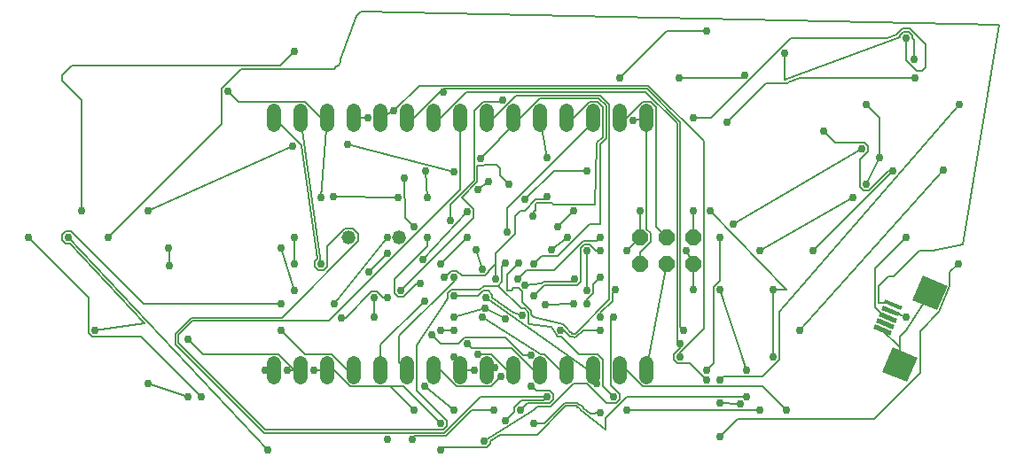
<source format=gbr>
G04 EAGLE Gerber RS-274X export*
G75*
%MOMM*%
%FSLAX34Y34*%
%LPD*%
%INBottom Copper*%
%IPPOS*%
%AMOC8*
5,1,8,0,0,1.08239X$1,22.5*%
G01*
%ADD10P,1.649562X8X22.500000*%
%ADD11C,1.320800*%
%ADD12R,1.750000X0.400000*%
%ADD13R,2.540000X2.540000*%
%ADD14C,1.320800*%
%ADD15C,0.756400*%
%ADD16C,0.152400*%


D10*
X749300Y203200D03*
X749300Y228600D03*
X774700Y203200D03*
X774700Y228600D03*
X800100Y203200D03*
X800100Y228600D03*
D11*
X471170Y228600D03*
X519430Y228600D03*
D12*
G36*
X973368Y145310D02*
X989512Y138558D01*
X987968Y134868D01*
X971824Y141620D01*
X973368Y145310D01*
G37*
G36*
X983402Y169296D02*
X999546Y162544D01*
X998002Y158854D01*
X981858Y165606D01*
X983402Y169296D01*
G37*
G36*
X975877Y151307D02*
X992021Y144555D01*
X990477Y140865D01*
X974333Y147617D01*
X975877Y151307D01*
G37*
G36*
X978385Y157303D02*
X994529Y150551D01*
X992985Y146861D01*
X976841Y153613D01*
X978385Y157303D01*
G37*
G36*
X980894Y163300D02*
X997038Y156548D01*
X995494Y152858D01*
X979350Y159610D01*
X980894Y163300D01*
G37*
D13*
G36*
X1009505Y168730D02*
X1019307Y192162D01*
X1042739Y182360D01*
X1032937Y158928D01*
X1009505Y168730D01*
G37*
G36*
X980755Y100001D02*
X990557Y123433D01*
X1013989Y113631D01*
X1004187Y90199D01*
X980755Y100001D01*
G37*
D14*
X400050Y336296D02*
X400050Y349504D01*
X425450Y349504D02*
X425450Y336296D01*
X450850Y336296D02*
X450850Y349504D01*
X476250Y349504D02*
X476250Y336296D01*
X501650Y336296D02*
X501650Y349504D01*
X527050Y349504D02*
X527050Y336296D01*
X552450Y336296D02*
X552450Y349504D01*
X577850Y349504D02*
X577850Y336296D01*
X603250Y336296D02*
X603250Y349504D01*
X628650Y349504D02*
X628650Y336296D01*
X654050Y336296D02*
X654050Y349504D01*
X679450Y349504D02*
X679450Y336296D01*
X704850Y336296D02*
X704850Y349504D01*
X730250Y349504D02*
X730250Y336296D01*
X755650Y336296D02*
X755650Y349504D01*
X400050Y108204D02*
X400050Y94996D01*
X425450Y94996D02*
X425450Y108204D01*
X450850Y108204D02*
X450850Y94996D01*
X476250Y94996D02*
X476250Y108204D01*
X501650Y108204D02*
X501650Y94996D01*
X527050Y94996D02*
X527050Y108204D01*
X552450Y108204D02*
X552450Y94996D01*
X577850Y94996D02*
X577850Y108204D01*
X603250Y108204D02*
X603250Y94996D01*
X628650Y94996D02*
X628650Y108204D01*
X654050Y108204D02*
X654050Y94996D01*
X679450Y94996D02*
X679450Y108204D01*
X704850Y108204D02*
X704850Y94996D01*
X730250Y94996D02*
X730250Y108204D01*
X755650Y108204D02*
X755650Y94996D01*
D15*
X660400Y76200D03*
D16*
X425999Y316319D02*
X400050Y342900D01*
X425999Y316319D02*
X440763Y208045D01*
X438432Y205714D01*
X438432Y200687D01*
X441987Y197132D01*
X447014Y197132D01*
X450568Y200687D01*
X320775Y151864D02*
X305336Y136425D01*
X305336Y126347D01*
X389999Y41684D01*
X562576Y41684D01*
X450568Y220570D02*
X467488Y237490D01*
X474852Y237490D01*
X407006Y151864D02*
X320775Y151864D01*
X450568Y200687D02*
X450568Y220570D01*
X474852Y237490D02*
X480060Y232282D01*
X480060Y224918D01*
X407006Y151864D01*
X597092Y76200D02*
X660400Y76200D01*
X597092Y76200D02*
X562576Y41684D01*
D15*
X960909Y313209D03*
D16*
X838200Y241300D01*
D15*
X838200Y241300D03*
X825500Y228600D03*
X812800Y101600D03*
D16*
X825500Y186932D02*
X825500Y228600D01*
X825500Y186932D02*
X819432Y180864D01*
X819432Y108232D02*
X812800Y101600D01*
X819432Y108232D02*
X819432Y180864D01*
D15*
X620461Y53769D03*
D16*
X657380Y73180D02*
X660400Y76200D01*
X628932Y66014D02*
X628932Y62240D01*
X620461Y53769D01*
X636099Y73180D02*
X657380Y73180D01*
X636099Y73180D02*
X628932Y66014D01*
D15*
X647700Y50800D03*
X711200Y61282D03*
D16*
X690831Y68790D02*
X689223Y70398D01*
X690831Y68790D02*
X691177Y68519D01*
X694176Y67469D01*
X695182Y65377D01*
X702279Y59810D01*
X711200Y61282D01*
X689223Y70398D02*
X677294Y70398D01*
X657696Y50800D02*
X647700Y50800D01*
X657696Y50800D02*
X677294Y70398D01*
D15*
X844680Y69568D03*
D16*
X825500Y70132D01*
D15*
X825500Y70132D03*
D16*
X444500Y203200D02*
X425450Y342900D01*
D15*
X444500Y203200D03*
X645029Y116026D03*
D16*
X575619Y127000D02*
X558800Y127000D01*
X637711Y116026D02*
X645029Y116026D01*
X581687Y133068D02*
X575619Y127000D01*
X581687Y133068D02*
X620669Y133068D01*
X637711Y116026D01*
D15*
X635000Y63500D03*
X645501Y86701D03*
D16*
X662914Y70132D02*
X666468Y73687D01*
X666468Y78714D01*
X662914Y82268D01*
X641632Y70132D02*
X635000Y63500D01*
X649935Y82268D02*
X645501Y86701D01*
X641632Y70132D02*
X662914Y70132D01*
X662914Y82268D02*
X649935Y82268D01*
D15*
X863600Y63500D03*
X736600Y63500D03*
D16*
X863600Y63500D01*
D15*
X550104Y135544D03*
D16*
X558800Y127000D01*
D15*
X558800Y50800D03*
D16*
X523494Y86106D01*
X510794Y86106D01*
D15*
X355600Y368300D03*
D16*
X444626Y342900D02*
X450850Y342900D01*
X365506Y358394D02*
X355600Y368300D01*
X429132Y358394D02*
X444626Y342900D01*
X429132Y358394D02*
X365506Y358394D01*
D15*
X533400Y63500D03*
D16*
X457074Y101600D02*
X450850Y101600D01*
X510794Y86106D02*
X533400Y63500D01*
X472568Y86106D02*
X457074Y101600D01*
X472568Y86106D02*
X510794Y86106D01*
D15*
X793722Y215900D03*
D16*
X800100Y203200D01*
X444500Y266700D02*
X450850Y342900D01*
D15*
X444500Y266700D03*
X406400Y218254D03*
D16*
X419100Y177800D01*
D15*
X419100Y177800D03*
X437360Y101600D03*
D16*
X450850Y101600D01*
D15*
X508000Y35616D03*
X850900Y76200D03*
D16*
X736792Y76200D01*
D15*
X850900Y101600D03*
D16*
X825500Y178350D01*
D15*
X825500Y178350D03*
X800100Y178350D03*
D16*
X800100Y203200D01*
D15*
X558800Y25400D03*
D16*
X606114Y34162D02*
X615327Y39867D01*
X606114Y34162D02*
X606114Y31476D01*
X602560Y27921D01*
X688805Y66505D02*
X689398Y65912D01*
X688805Y66505D02*
X687960Y67350D01*
X561321Y27921D02*
X558800Y25400D01*
X561321Y27921D02*
X602560Y27921D01*
X615327Y39867D02*
X651073Y39867D01*
X678557Y67350D02*
X687960Y67350D01*
X678557Y67350D02*
X651073Y39867D01*
X716443Y55851D02*
X736792Y76200D01*
X716443Y55851D02*
X716443Y44824D01*
X692743Y63417D01*
X691976Y65009D01*
X689693Y65809D01*
X688805Y66505D01*
X425450Y101600D02*
X419226Y101600D01*
X403732Y117094D01*
X331792Y117094D01*
D15*
X647700Y172720D03*
D16*
X489740Y342900D02*
X476250Y342900D01*
D15*
X489740Y342900D03*
X600996Y161290D03*
D16*
X619467Y151834D01*
X620279Y150708D01*
D15*
X620279Y150708D03*
X711200Y215900D03*
D16*
X701014Y221968D02*
X695987Y221968D01*
X692416Y186653D02*
X688861Y183099D01*
X692416Y218397D02*
X695987Y221968D01*
X692416Y218397D02*
X692416Y186653D01*
X707082Y215900D02*
X711200Y215900D01*
X707082Y215900D02*
X701014Y221968D01*
X688861Y183099D02*
X658079Y183099D01*
X647700Y172720D01*
X331792Y117094D02*
X317500Y131386D01*
D15*
X317500Y131386D03*
X876300Y178350D03*
D16*
X889358Y178350D01*
D15*
X876300Y114300D03*
D16*
X876300Y178350D01*
D15*
X456318Y267751D03*
D16*
X518463Y266698D01*
D15*
X518463Y266698D03*
D16*
X816074Y254000D02*
X889358Y178350D01*
D15*
X816074Y254000D03*
X800100Y254000D03*
D16*
X800100Y228600D01*
D15*
X914400Y215900D03*
D16*
X990600Y292100D01*
D15*
X990600Y292100D03*
X508000Y170754D03*
X463820Y151836D03*
D16*
X492787Y176822D02*
X497814Y176822D01*
X503882Y170754D02*
X508000Y170754D01*
X467801Y151836D02*
X463820Y151836D01*
X497814Y176822D02*
X503882Y170754D01*
X492787Y176822D02*
X467801Y151836D01*
D15*
X571500Y63500D03*
D16*
X543901Y86701D01*
D15*
X543901Y86701D03*
X571500Y152400D03*
D16*
X600996Y161290D01*
D15*
X411960Y101600D03*
D16*
X425450Y101600D01*
D15*
X924895Y330200D03*
D16*
X963423Y319277D02*
X966977Y315723D01*
X966977Y310696D01*
X959132Y276887D02*
X962687Y273332D01*
X967714Y273332D01*
X935817Y319277D02*
X924895Y330200D01*
X986482Y292100D02*
X990600Y292100D01*
X963423Y319277D02*
X935817Y319277D01*
X967714Y273332D02*
X986482Y292100D01*
X966977Y310696D02*
X959132Y302851D01*
X959132Y276887D01*
D15*
X887730Y405130D03*
D16*
X1009368Y419100D02*
X1009368Y421614D01*
X1005814Y425168D01*
X1000787Y425168D01*
X997232Y421614D01*
X997232Y420080D01*
X887730Y379017D01*
X887730Y405130D01*
X1009368Y419100D02*
X1010920Y417548D01*
X1010920Y398780D01*
D15*
X1010920Y398780D03*
D16*
X757024Y373634D02*
X538608Y373634D01*
X757024Y373634D02*
X810006Y320652D01*
X787400Y118419D02*
X787400Y114300D01*
X810006Y141025D02*
X810006Y320652D01*
X810006Y141025D02*
X787400Y118419D01*
D15*
X787400Y114300D03*
D16*
X538608Y373634D02*
X514287Y349313D01*
X501650Y342900D01*
D15*
X514287Y349313D03*
X790674Y139700D03*
D16*
X787654Y338694D02*
X755762Y370586D01*
X787654Y338694D02*
X787654Y142720D01*
X790674Y139700D01*
X755762Y370586D02*
X560960Y370586D01*
X533274Y342900D02*
X527050Y342900D01*
X533274Y342900D02*
X560960Y370586D01*
D15*
X711200Y139700D03*
X673100Y139700D03*
D16*
X694725Y139700D02*
X711200Y139700D01*
X694725Y139700D02*
X688629Y133604D01*
X687489Y133604D01*
X686771Y133174D01*
X685049Y133604D01*
X676570Y139700D02*
X673100Y139700D01*
X682666Y133604D02*
X685049Y133604D01*
X682666Y133604D02*
X676570Y139700D01*
X560960Y367566D02*
X560960Y370586D01*
D15*
X560960Y367566D03*
X787400Y127000D03*
D16*
X784606Y129794D01*
X784606Y337431D02*
X754499Y367538D01*
X558674Y342900D02*
X552450Y342900D01*
X784606Y337431D02*
X784606Y129794D01*
X558674Y342900D02*
X583312Y367538D01*
X754499Y367538D01*
D15*
X825500Y38100D03*
X812800Y92174D03*
D16*
X784887Y108232D02*
X781332Y111787D01*
X781332Y116814D01*
X796742Y108232D02*
X812800Y92174D01*
X796742Y108232D02*
X784887Y108232D01*
X787400Y122882D02*
X787400Y127000D01*
X787400Y122882D02*
X781332Y116814D01*
D15*
X1053046Y203561D03*
D16*
X1045213Y182352D02*
X1034681Y157172D01*
X842518Y55118D02*
X825500Y38100D01*
X1045213Y182352D02*
X1045213Y195729D01*
X1053046Y203561D01*
X1034681Y157172D02*
X1016463Y138955D01*
X1016463Y98976D01*
X972606Y55118D02*
X842518Y55118D01*
X972606Y55118D02*
X1016463Y98976D01*
D15*
X621030Y204470D03*
D16*
X564868Y48287D02*
X561314Y44732D01*
X564868Y48287D02*
X564868Y53314D01*
X322038Y148816D02*
X308384Y135162D01*
X308384Y127610D01*
X577850Y274448D02*
X577850Y342900D01*
X577850Y274448D02*
X452218Y148816D01*
X322038Y148816D01*
X535940Y125264D02*
X535940Y82242D01*
X564868Y53314D01*
X391262Y44732D02*
X308384Y127610D01*
X391262Y44732D02*
X561314Y44732D01*
D15*
X723900Y76200D03*
D16*
X713740Y111886D02*
X708532Y117094D01*
X713740Y86360D02*
X723900Y76200D01*
X713740Y86360D02*
X713740Y111886D01*
X674044Y133632D02*
X670587Y133632D01*
X674044Y133632D02*
X690582Y117094D01*
X708532Y117094D01*
X569281Y178498D02*
X565727Y174943D01*
X565727Y169916D01*
X565751Y169892D01*
X535940Y125264D01*
X596422Y178498D02*
X600357Y182433D01*
X596422Y178498D02*
X569281Y178498D01*
X613557Y182433D02*
X617112Y185987D01*
X617112Y200552D02*
X621030Y204470D01*
X617112Y200552D02*
X617112Y185987D01*
X613557Y182433D02*
X600357Y182433D01*
X663538Y142720D02*
X664229Y142720D01*
X670587Y133632D01*
X614166Y182433D02*
X613557Y182433D01*
X643064Y145979D02*
X663538Y142720D01*
X643064Y145979D02*
X642737Y146213D01*
X642521Y156942D02*
X638967Y160497D01*
X642521Y146522D02*
X643064Y145979D01*
X642521Y146522D02*
X642521Y156942D01*
X638967Y160497D02*
X636102Y160497D01*
X614166Y182433D01*
D15*
X633730Y204470D03*
D16*
X686286Y136437D02*
X686644Y136652D01*
X686286Y136437D02*
X685425Y136652D01*
X684537Y136652D01*
X684242Y136948D01*
X683836Y137049D01*
X683379Y137810D01*
X682752Y138437D01*
X682752Y138856D01*
X719836Y355712D02*
X711058Y364490D01*
X631064Y364490D01*
X686644Y136652D02*
X687367Y136652D01*
X719836Y169121D02*
X719836Y355712D01*
X719836Y169121D02*
X687367Y136652D01*
X634774Y203426D02*
X633730Y204470D01*
X609474Y342900D02*
X603250Y342900D01*
X609474Y342900D02*
X631064Y364490D01*
D15*
X723900Y152400D03*
D16*
X729968Y73687D02*
X726414Y70132D01*
X729968Y73687D02*
X729968Y78714D01*
X721360Y87322D01*
X721360Y149860D01*
X723900Y152400D01*
D15*
X698500Y177800D03*
D16*
X698500Y215900D01*
D15*
X698500Y215900D03*
D16*
X675614Y145768D02*
X679168Y142214D01*
X679168Y142021D01*
X682752Y138437D01*
D15*
X600046Y33989D03*
D16*
X647700Y63500D01*
X651284Y67084D01*
X664176Y67084D01*
X685929Y88837D01*
X698437Y88837D01*
X717142Y70132D01*
X726414Y70132D01*
X622705Y193445D02*
X633730Y204470D01*
X622705Y193445D02*
X622705Y178205D01*
X628350Y180385D02*
X633377Y180385D01*
X636932Y176830D01*
X645569Y158205D02*
X645569Y154531D01*
X647700Y152400D01*
X626170Y178205D02*
X622705Y178205D01*
X626170Y178205D02*
X628350Y180385D01*
X636932Y176830D02*
X636932Y166842D01*
X645569Y158205D01*
X647700Y152400D02*
X675614Y145768D01*
X716788Y354449D02*
X709795Y361442D01*
X716788Y354449D02*
X716788Y323280D01*
X711104Y317596D01*
X634874Y342900D02*
X628650Y342900D01*
X634874Y342900D02*
X653416Y361442D01*
X709795Y361442D01*
D15*
X647700Y203200D03*
X279400Y254000D03*
D16*
X417700Y316133D01*
D15*
X417700Y316133D03*
X469900Y317500D03*
D16*
X571782Y290978D01*
D15*
X571782Y290978D03*
X596900Y303580D03*
D16*
X614714Y321394D01*
X614714Y322337D01*
X634874Y342497D02*
X634874Y342900D01*
X634874Y342497D02*
X614714Y322337D01*
X711104Y317596D02*
X711152Y241300D01*
X655336Y210836D02*
X647700Y203200D01*
X701013Y241300D02*
X711152Y241300D01*
X670550Y210836D02*
X655336Y210836D01*
X670550Y210836D02*
X701013Y241300D01*
X660400Y304800D02*
X654050Y342900D01*
D15*
X660400Y304800D03*
X670869Y239069D03*
D16*
X685800Y254000D01*
D15*
X685800Y254000D03*
D16*
X701168Y358394D02*
X708532Y358394D01*
X713740Y353186D01*
X649732Y254000D02*
X647700Y254000D01*
X679450Y342900D02*
X685674Y342900D01*
X701168Y358394D01*
X713740Y353186D02*
X713740Y324544D01*
X713740Y324543D01*
X708055Y318857D02*
X708056Y317617D01*
X708056Y317500D01*
X708055Y318857D02*
X708055Y318859D01*
X708056Y317500D02*
X706120Y260350D01*
X665157Y261874D02*
X651071Y261874D01*
X649732Y260535D01*
X649732Y254000D01*
X666681Y260350D02*
X706120Y260350D01*
X666681Y260350D02*
X665157Y261874D01*
X708055Y318859D02*
X713740Y324544D01*
X647700Y254000D02*
X646712Y248725D01*
D15*
X646712Y248725D03*
X622300Y233606D03*
D16*
X622300Y256217D02*
X704850Y338767D01*
X622300Y256217D02*
X622300Y233606D01*
X704850Y338767D02*
X704850Y342900D01*
X751968Y358394D02*
X759332Y358394D01*
X764540Y353186D01*
X764540Y238760D02*
X774700Y228600D01*
X764540Y238760D02*
X764540Y353186D01*
X736474Y342900D02*
X730250Y342900D01*
X736474Y342900D02*
X751968Y358394D01*
D15*
X632366Y188671D03*
X711200Y228600D03*
D16*
X640827Y197132D02*
X632366Y188671D01*
X707616Y225016D02*
X711200Y228600D01*
X707616Y225016D02*
X694724Y225016D01*
X666840Y197132D02*
X640827Y197132D01*
X666840Y197132D02*
X694724Y225016D01*
X759206Y224497D02*
X759206Y232703D01*
X749300Y214591D02*
X749300Y203200D01*
X749300Y214591D02*
X759206Y224497D01*
X755650Y236259D02*
X755650Y342900D01*
X755650Y236259D02*
X759206Y232703D01*
D15*
X568033Y244531D03*
X617946Y359954D03*
D16*
X568033Y260320D02*
X568033Y244531D01*
X616386Y358394D02*
X617946Y359954D01*
X616386Y358394D02*
X599568Y358394D01*
X590832Y283119D02*
X568033Y260320D01*
X590832Y283119D02*
X590832Y349658D01*
X599568Y358394D01*
D15*
X742160Y340005D03*
D16*
X755650Y342900D01*
X501650Y125845D02*
X501650Y101600D01*
X501650Y125845D02*
X543714Y167486D01*
D15*
X543714Y167486D03*
D16*
X519430Y134620D02*
X519430Y127000D01*
X519430Y114300D01*
X519430Y109220D01*
X527050Y101600D01*
X519430Y134620D02*
X571500Y186690D01*
X571500Y190500D01*
D15*
X571500Y190500D03*
X616740Y95888D03*
D16*
X558674Y101600D02*
X552450Y101600D01*
X558674Y101600D02*
X574168Y86106D01*
X616714Y95888D02*
X616740Y95888D01*
X606932Y86106D02*
X574168Y86106D01*
X606932Y86106D02*
X616714Y95888D01*
D15*
X598456Y197895D03*
D16*
X592594Y216904D01*
D15*
X592594Y216904D03*
X729674Y381000D03*
D16*
X774406Y425732D01*
X812800Y425732D01*
D15*
X812800Y425732D03*
X639559Y264894D03*
D16*
X666765Y292100D01*
X698500Y292100D01*
D15*
X698500Y292100D03*
D16*
X584200Y101600D02*
X577850Y101600D01*
D15*
X591340Y101600D03*
D16*
X584200Y101600D01*
D15*
X623996Y279400D03*
X520700Y177800D03*
D16*
X615552Y294614D02*
X611998Y298168D01*
X615552Y287844D02*
X623996Y279400D01*
X589915Y247015D02*
X520700Y177800D01*
X615552Y287844D02*
X615552Y294614D01*
D15*
X558800Y139700D03*
D16*
X571500Y139700D01*
D15*
X571500Y139700D03*
X571500Y114300D03*
D16*
X584200Y101600D01*
X600070Y298168D02*
X611998Y298168D01*
X600070Y298168D02*
X599414Y297512D01*
X594212Y297512D01*
X593880Y297180D01*
X593880Y281857D01*
X579120Y266700D01*
X586937Y259287D02*
X590491Y255733D01*
X590491Y250706D01*
X586533Y259287D02*
X579120Y266700D01*
X586533Y259287D02*
X586937Y259287D01*
X590491Y250706D02*
X589915Y250129D01*
X589915Y247015D01*
D15*
X610870Y104140D03*
D16*
X605790Y104140D01*
X603250Y101600D01*
D15*
X594701Y116499D03*
D16*
X599568Y117094D02*
X606932Y117094D01*
X622426Y101600D02*
X628650Y101600D01*
X599568Y117094D02*
X598972Y116499D01*
X594701Y116499D01*
X606932Y117094D02*
X622426Y101600D01*
D15*
X584200Y127000D03*
D16*
X647826Y101600D02*
X654050Y101600D01*
X588633Y122567D02*
X584200Y127000D01*
X626860Y122567D02*
X647826Y101600D01*
X626860Y122567D02*
X588633Y122567D01*
D15*
X598456Y152400D03*
D16*
X654747Y117094D02*
X657732Y117094D01*
X654747Y117094D02*
X598456Y152400D01*
X673226Y101600D02*
X679450Y101600D01*
X673226Y101600D02*
X657732Y117094D01*
X699794Y101600D02*
X704850Y101600D01*
X699794Y101600D02*
X602266Y171450D01*
D15*
X602266Y171450D03*
X707672Y88900D03*
D16*
X704850Y101600D01*
X755650Y101600D02*
X774700Y203200D01*
D15*
X406400Y139700D03*
D16*
X470026Y101600D02*
X476250Y101600D01*
X454532Y117094D02*
X429006Y117094D01*
X406400Y139700D01*
X454532Y117094D02*
X470026Y101600D01*
D15*
X419100Y203200D03*
D16*
X419100Y228600D01*
D15*
X419100Y228600D03*
X611044Y188501D03*
D16*
X611044Y203200D01*
X611044Y213768D01*
X629666Y232391D01*
D15*
X736600Y215900D03*
D16*
X749300Y228600D01*
D15*
X604573Y282288D03*
D16*
X594718Y274019D01*
D15*
X594718Y274019D03*
X698500Y165100D03*
X711200Y190500D03*
D16*
X698500Y169219D02*
X698500Y165100D01*
X698500Y169219D02*
X704568Y175287D01*
X704568Y183868D01*
X711200Y190500D01*
D15*
X562412Y190357D03*
D16*
X600970Y191827D02*
X604524Y195382D01*
X574014Y196568D02*
X568987Y196568D01*
X562775Y190357D02*
X562412Y190357D01*
X562775Y190357D02*
X568987Y196568D01*
X604524Y196680D02*
X611044Y203200D01*
X604524Y196680D02*
X604524Y195382D01*
X600970Y191827D02*
X578754Y191827D01*
X574014Y196568D01*
D15*
X660400Y267942D03*
D16*
X657380Y264922D01*
X649809Y264922D01*
X638887Y254000D02*
X635000Y254000D01*
X638887Y254000D02*
X649809Y264922D01*
D15*
X977900Y304800D03*
D16*
X965200Y279400D01*
D15*
X965200Y279400D03*
X952500Y266700D03*
D16*
X863600Y215900D01*
D15*
X863600Y215900D03*
X749300Y254000D03*
D16*
X749300Y228600D01*
D15*
X965200Y355600D03*
D16*
X977900Y342900D01*
X977900Y304800D01*
D15*
X786832Y381000D03*
D16*
X846437Y381000D01*
X849128Y383691D01*
D15*
X849128Y383691D03*
D16*
X635000Y254000D02*
X629666Y248666D01*
X629666Y232391D01*
D15*
X490310Y195490D03*
D16*
X508000Y213642D01*
D15*
X508000Y213642D03*
X541809Y207491D03*
D16*
X584423Y253219D01*
D15*
X584423Y253219D03*
X679732Y228600D03*
D16*
X664706Y216904D01*
D15*
X664706Y216904D03*
X228600Y139700D03*
X406400Y165100D03*
D16*
X276015Y146474D02*
X228600Y139700D01*
X276015Y146474D02*
X204711Y222532D01*
X200687Y222532D01*
X197132Y226087D01*
X197132Y231114D01*
X200687Y234668D01*
X205714Y234668D01*
X275282Y165100D01*
X406400Y165100D01*
D15*
X457200Y165100D03*
D16*
X508000Y228600D01*
D15*
X508000Y228600D03*
X546100Y228600D03*
X539325Y184432D03*
D16*
X518187Y171732D02*
X514632Y175287D01*
X518187Y171732D02*
X523214Y171732D01*
X535914Y184432D02*
X539325Y184432D01*
X535914Y184432D02*
X523214Y171732D01*
X514632Y175287D02*
X514632Y188895D01*
X546100Y220363D02*
X546100Y228600D01*
X546100Y220363D02*
X514632Y188895D01*
D15*
X571795Y172430D03*
X636453Y154429D03*
D16*
X604780Y177518D02*
X599753Y177518D01*
X604780Y177518D02*
X608334Y173964D01*
X608334Y170853D01*
X627968Y156791D01*
X636453Y154429D01*
X594664Y172430D02*
X571795Y172430D01*
X594664Y172430D02*
X599753Y177518D01*
D15*
X658844Y164542D03*
X725904Y178350D03*
X711448Y152152D03*
D16*
X722884Y175330D02*
X725904Y178350D01*
X722884Y175330D02*
X722884Y167859D01*
X711448Y156423D01*
X711448Y152152D01*
D15*
X685800Y165100D03*
D16*
X658844Y164542D01*
D15*
X524510Y285750D03*
D16*
X524553Y247546D01*
X533460Y238639D01*
D15*
X533460Y238639D03*
X583846Y228954D03*
D16*
X558446Y203554D01*
D15*
X558446Y203554D03*
X544715Y291754D03*
D16*
X546100Y266700D01*
D15*
X546100Y266700D03*
D16*
X988194Y158079D02*
X1003300Y152400D01*
D15*
X1003300Y152400D03*
X1003300Y228600D03*
D16*
X983496Y154271D02*
X981189Y154271D01*
X973932Y199232D02*
X1003300Y228600D01*
X973932Y199232D02*
X973932Y161529D01*
X981189Y154271D01*
D15*
X686348Y189167D03*
X1039112Y292792D03*
D16*
X901700Y139700D01*
D15*
X901700Y139700D03*
D16*
X656816Y186147D02*
X654964Y184295D01*
X656816Y186147D02*
X683328Y186147D01*
X686348Y189167D01*
D15*
X639445Y182898D03*
D16*
X654964Y184295D01*
D15*
X495300Y170754D03*
D16*
X495300Y152400D01*
D15*
X495300Y152400D03*
X1003300Y419100D03*
X800100Y342900D03*
D16*
X985938Y419100D02*
X994184Y422192D01*
X994184Y422876D01*
X1022068Y391187D02*
X1018514Y387632D01*
X1013487Y387632D01*
X994184Y422876D02*
X999524Y428216D01*
X1007076Y428216D01*
X816919Y342900D02*
X800100Y342900D01*
X816919Y342900D02*
X893119Y419100D01*
X985938Y419100D01*
X1007076Y428216D02*
X1022068Y413224D01*
X1022068Y391187D01*
X1003300Y397819D02*
X1003300Y419100D01*
X1003300Y397819D02*
X1013487Y387632D01*
D15*
X1054100Y355600D03*
X825500Y92174D03*
D16*
X882368Y157706D02*
X1054100Y355600D01*
X828858Y95532D02*
X825500Y92174D01*
X882368Y111787D02*
X882368Y157706D01*
X882368Y111787D02*
X866114Y95532D01*
X828858Y95532D01*
X1003300Y139700D02*
X1026122Y175545D01*
X1003300Y139700D02*
X997372Y133772D01*
X997372Y124460D01*
X997372Y106816D01*
X996298Y124460D02*
X980668Y140089D01*
X996298Y124460D02*
X997372Y124460D01*
D15*
X165100Y228600D03*
X330200Y76200D03*
D16*
X226087Y133632D02*
X222532Y137187D01*
X222532Y171168D02*
X165100Y228600D01*
X272768Y133632D02*
X330200Y76200D01*
X222532Y137187D02*
X222532Y171168D01*
X226087Y133632D02*
X272768Y133632D01*
D15*
X391160Y101600D03*
D16*
X400050Y101600D01*
X482600Y444500D02*
X1092200Y431800D01*
D15*
X241300Y228600D03*
D16*
X478017Y440400D02*
X482600Y444500D01*
X478017Y440400D02*
X463362Y398840D01*
X461916Y394741D02*
X461197Y392700D01*
X458907Y391605D01*
X457150Y389773D01*
X454987Y389728D01*
X463362Y396186D02*
X463362Y398840D01*
X463362Y396186D02*
X461916Y394741D01*
X454987Y389728D02*
X454897Y389638D01*
X368357Y389638D02*
X349532Y370814D01*
X368357Y389638D02*
X454897Y389638D01*
X349532Y336832D02*
X241300Y228600D01*
X349532Y336832D02*
X349532Y370814D01*
D15*
X279400Y88900D03*
D16*
X317500Y76200D01*
D15*
X317500Y76200D03*
D16*
X1057177Y221660D02*
X1092200Y431800D01*
X1057177Y221660D02*
X1028700Y215900D01*
X1016000Y215900D01*
X986454Y191417D02*
X976980Y181944D01*
X986454Y191417D02*
X991517Y191417D01*
X1016000Y215900D01*
X988407Y166370D02*
X990702Y164075D01*
X988407Y166370D02*
X976980Y166370D01*
X976980Y181944D01*
D15*
X889000Y63500D03*
D16*
X736474Y101600D02*
X730250Y101600D01*
X736474Y101600D02*
X751968Y86106D01*
X866394Y86106D02*
X889000Y63500D01*
X866394Y86106D02*
X751968Y86106D01*
D15*
X203200Y228600D03*
D16*
X393700Y25400D01*
D15*
X393700Y25400D03*
X215900Y254000D03*
X419100Y406400D03*
D16*
X197132Y383514D02*
X197132Y378487D01*
X405386Y392686D02*
X419100Y406400D01*
X215900Y359719D02*
X215900Y254000D01*
X215900Y359719D02*
X197132Y378487D01*
X197132Y383514D02*
X206305Y392686D01*
X405386Y392686D01*
D15*
X609600Y63500D03*
X531494Y35616D03*
D16*
X588703Y63500D02*
X609600Y63500D01*
X588703Y63500D02*
X563839Y38636D01*
X534514Y38636D01*
X531494Y35616D01*
D15*
X1011614Y381000D03*
X832674Y339090D03*
D16*
X890688Y376871D02*
X901700Y381000D01*
X1011614Y381000D01*
X869780Y376196D02*
X832674Y339090D01*
X869780Y376196D02*
X890013Y376196D01*
X890688Y376871D01*
D15*
X299278Y218308D03*
D16*
X299720Y217866D01*
X299720Y201930D01*
D15*
X299720Y201930D03*
M02*

</source>
